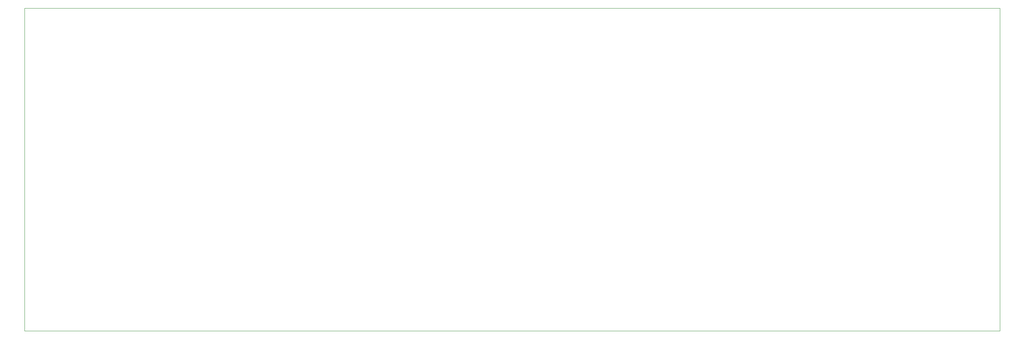
<source format=gbr>
%TF.GenerationSoftware,Altium Limited,Altium Designer,25.8.1 (18)*%
G04 Layer_Color=0*
%FSLAX45Y45*%
%MOMM*%
%TF.SameCoordinates,54162AFE-A5A8-4166-B9B9-F60AE772EB98*%
%TF.FilePolarity,Positive*%
%TF.FileFunction,Profile,NP*%
%TF.Part,Single*%
G01*
G75*
%TA.AperFunction,Profile*%
%ADD62C,0.02540*%
D62*
Y2634000D02*
Y10000000D01*
X22225000D01*
Y2634000D01*
X0D01*
%TF.MD5,b29373cc1f8df29824fee4677b2cb090*%
M02*

</source>
